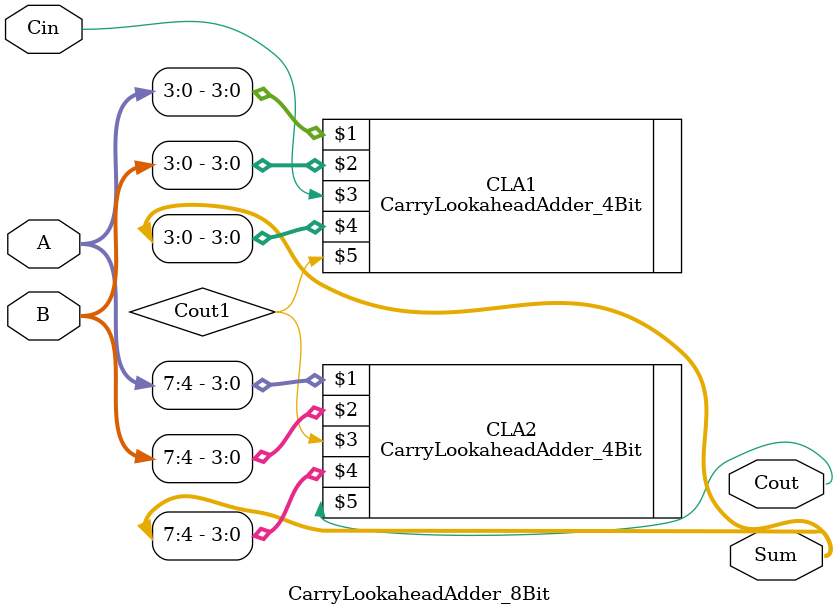
<source format=v>
`timescale 1ns / 1ps
module CarryLookaheadAdder_8Bit(
	 input [7:0] A,
	 input [7:0] B,
	 input Cin,
    output [7:0] Sum,
    output Cout
    );
	 
	 CarryLookaheadAdder_4Bit CLA1(A[3:0], B[3:0], Cin, Sum[3:0], Cout1);
	 CarryLookaheadAdder_4Bit CLA2(A[7:4], B[7:4], Cout1, Sum[7:4], Cout);

endmodule

</source>
